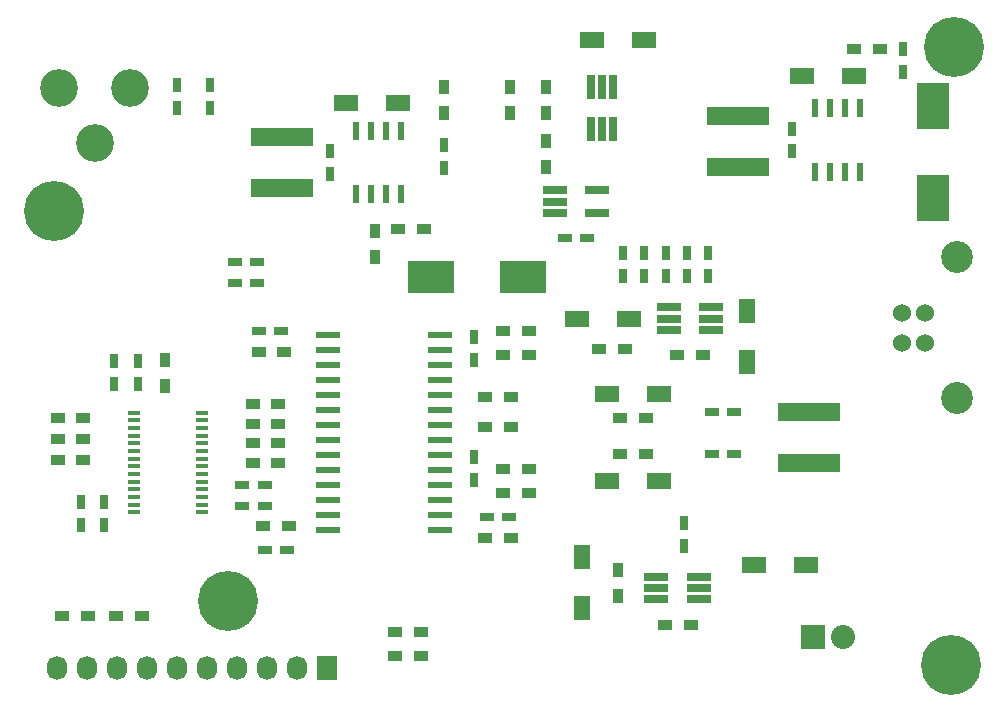
<source format=gts>
G04 #@! TF.FileFunction,Soldermask,Top*
%FSLAX46Y46*%
G04 Gerber Fmt 4.6, Leading zero omitted, Abs format (unit mm)*
G04 Created by KiCad (PCBNEW (2015-02-20 BZR 5437)-product) date Monday, March 16, 2015 'AMt' 09:24:06 AM*
%MOMM*%
G01*
G04 APERTURE LIST*
%ADD10C,0.100000*%
%ADD11R,1.727200X2.032000*%
%ADD12O,1.727200X2.032000*%
%ADD13C,5.080000*%
%ADD14R,1.200000X0.750000*%
%ADD15R,2.700020X4.000500*%
%ADD16C,1.524000*%
%ADD17C,2.700020*%
%ADD18R,0.600000X1.550000*%
%ADD19C,3.200400*%
%ADD20R,2.032000X2.032000*%
%ADD21O,2.032000X2.032000*%
%ADD22R,1.998980X0.690880*%
%ADD23R,0.690880X1.998980*%
%ADD24R,4.000500X2.700020*%
%ADD25R,5.300980X1.501140*%
%ADD26R,2.000000X1.400000*%
%ADD27R,1.400000X2.000000*%
%ADD28R,1.200000X0.900000*%
%ADD29R,1.100000X0.400000*%
%ADD30R,2.000000X0.600000*%
%ADD31R,0.750000X1.200000*%
%ADD32R,0.900000X1.200000*%
G04 APERTURE END LIST*
D10*
D11*
X82550000Y-138049000D03*
D12*
X80010000Y-138049000D03*
X77470000Y-138049000D03*
X74930000Y-138049000D03*
X72390000Y-138049000D03*
X69850000Y-138049000D03*
X67310000Y-138049000D03*
X64770000Y-138049000D03*
X62230000Y-138049000D03*
X59690000Y-138049000D03*
D13*
X74168000Y-132334000D03*
X59436000Y-99314000D03*
D14*
X75377000Y-122555000D03*
X77277000Y-122555000D03*
D13*
X135382000Y-137795000D03*
D15*
X133858000Y-90472260D03*
X133858000Y-98249740D03*
D16*
X131191000Y-107950000D03*
X131191000Y-110490000D03*
X133189980Y-110490000D03*
X133189980Y-107950000D03*
D17*
X135890000Y-103220520D03*
X135890000Y-115219480D03*
D18*
X84963000Y-97950000D03*
X86233000Y-97950000D03*
X87503000Y-97950000D03*
X88773000Y-97950000D03*
X88773000Y-92550000D03*
X87503000Y-92550000D03*
X86233000Y-92550000D03*
X84963000Y-92550000D03*
X123825000Y-96045000D03*
X125095000Y-96045000D03*
X126365000Y-96045000D03*
X127635000Y-96045000D03*
X127635000Y-90645000D03*
X126365000Y-90645000D03*
X125095000Y-90645000D03*
X123825000Y-90645000D03*
D19*
X65890140Y-88900000D03*
X59890660Y-88900000D03*
X62890400Y-93599000D03*
D20*
X123698000Y-135382000D03*
D21*
X126238000Y-135382000D03*
D22*
X111483140Y-107508040D03*
X111483140Y-108458000D03*
X111483140Y-109407960D03*
X115084860Y-109407960D03*
X115084860Y-108458000D03*
X115084860Y-107508040D03*
X110413396Y-130302146D03*
X110413396Y-131252106D03*
X110413396Y-132202066D03*
X114015116Y-132202066D03*
X114015116Y-131252106D03*
X114015116Y-130302146D03*
D23*
X106804460Y-88813640D03*
X105854500Y-88813640D03*
X104904540Y-88813640D03*
X104904540Y-92415360D03*
X105854500Y-92415360D03*
X106804460Y-92415360D03*
D24*
X99138740Y-104902000D03*
X91361260Y-104902000D03*
D25*
X78740000Y-93091000D03*
X78740000Y-97409000D03*
X117348000Y-91313000D03*
X117348000Y-95631000D03*
D22*
X101831140Y-97602040D03*
X101831140Y-98552000D03*
X101831140Y-99501960D03*
X105432860Y-99501960D03*
X105432860Y-97602040D03*
D26*
X88540000Y-90170000D03*
X84180000Y-90170000D03*
X108098000Y-108458000D03*
X103738000Y-108458000D03*
D27*
X118110000Y-112162000D03*
X118110000Y-107802000D03*
D26*
X110638000Y-114808000D03*
X106278000Y-114808000D03*
X110638000Y-122174000D03*
X106278000Y-122174000D03*
X123084000Y-129286000D03*
X118724000Y-129286000D03*
D27*
X104140000Y-132990000D03*
X104140000Y-128630000D03*
D26*
X105008000Y-84836000D03*
X109368000Y-84836000D03*
X127148000Y-87884000D03*
X122788000Y-87884000D03*
D28*
X76243000Y-118999000D03*
X78443000Y-118999000D03*
X76243000Y-117348000D03*
X78443000Y-117348000D03*
X76243000Y-115697000D03*
X78443000Y-115697000D03*
X95928000Y-115062000D03*
X98128000Y-115062000D03*
X97452000Y-111506000D03*
X99652000Y-111506000D03*
X97452000Y-109474000D03*
X99652000Y-109474000D03*
X97452000Y-123190000D03*
X99652000Y-123190000D03*
X97452000Y-121158000D03*
X99652000Y-121158000D03*
X95928000Y-117602000D03*
X98128000Y-117602000D03*
D29*
X66238000Y-116425000D03*
X66238000Y-117075000D03*
X66238000Y-117725000D03*
X66238000Y-118375000D03*
X66238000Y-119025000D03*
X66238000Y-119675000D03*
X66238000Y-120325000D03*
X66238000Y-120975000D03*
X66238000Y-121625000D03*
X66238000Y-122275000D03*
X66238000Y-122925000D03*
X66238000Y-123575000D03*
X66238000Y-124225000D03*
X66238000Y-124875000D03*
X71938000Y-124875000D03*
X71938000Y-124225000D03*
X71938000Y-123575000D03*
X71938000Y-122925000D03*
X71938000Y-122275000D03*
X71938000Y-121625000D03*
X71938000Y-120975000D03*
X71938000Y-120325000D03*
X71938000Y-119675000D03*
X71938000Y-119025000D03*
X71938000Y-118375000D03*
X71938000Y-117725000D03*
X71938000Y-117075000D03*
X71938000Y-116425000D03*
D30*
X82676000Y-109855000D03*
X82676000Y-111125000D03*
X82676000Y-112395000D03*
X82676000Y-113665000D03*
X82676000Y-114935000D03*
X82676000Y-116205000D03*
X82676000Y-117475000D03*
X82676000Y-118745000D03*
X82676000Y-120015000D03*
X82676000Y-121285000D03*
X82676000Y-122555000D03*
X82676000Y-123825000D03*
X82676000Y-125095000D03*
X82676000Y-126365000D03*
X92076000Y-126365000D03*
X92076000Y-125095000D03*
X92076000Y-123825000D03*
X92076000Y-122555000D03*
X92076000Y-121285000D03*
X92076000Y-120015000D03*
X92076000Y-118745000D03*
X92076000Y-117475000D03*
X92076000Y-116205000D03*
X92076000Y-114935000D03*
X92076000Y-113665000D03*
X92076000Y-112395000D03*
X92076000Y-111125000D03*
X92076000Y-109855000D03*
D28*
X76243000Y-120650000D03*
X78443000Y-120650000D03*
D31*
X92456000Y-93792000D03*
X92456000Y-95692000D03*
X82804000Y-96200000D03*
X82804000Y-94300000D03*
X131318000Y-85664000D03*
X131318000Y-87564000D03*
X121920000Y-94295000D03*
X121920000Y-92395000D03*
D14*
X75377000Y-124333000D03*
X77277000Y-124333000D03*
D31*
X66548000Y-113980000D03*
X66548000Y-112080000D03*
X64516000Y-113980000D03*
X64516000Y-112080000D03*
X63627000Y-124018000D03*
X63627000Y-125918000D03*
X61722000Y-124018000D03*
X61722000Y-125918000D03*
D14*
X78674000Y-109474000D03*
X76774000Y-109474000D03*
X96078000Y-125222000D03*
X97978000Y-125222000D03*
X79182000Y-128016000D03*
X77282000Y-128016000D03*
D31*
X94996000Y-111948000D03*
X94996000Y-110048000D03*
X94996000Y-122108000D03*
X94996000Y-120208000D03*
D14*
X117028000Y-116332000D03*
X115128000Y-116332000D03*
X117028000Y-119888000D03*
X115128000Y-119888000D03*
D32*
X68834000Y-111930000D03*
X68834000Y-114130000D03*
X92456000Y-88816000D03*
X92456000Y-91016000D03*
X86614000Y-103208000D03*
X86614000Y-101008000D03*
D28*
X88562000Y-100838000D03*
X90762000Y-100838000D03*
X59733000Y-118618000D03*
X61933000Y-118618000D03*
X59733000Y-120396000D03*
X61933000Y-120396000D03*
X59733000Y-116840000D03*
X61933000Y-116840000D03*
X66886000Y-133604000D03*
X64686000Y-133604000D03*
X60114000Y-133604000D03*
X62314000Y-133604000D03*
X76751000Y-111252000D03*
X78951000Y-111252000D03*
X77132000Y-125984000D03*
X79332000Y-125984000D03*
X95928000Y-127000000D03*
X98128000Y-127000000D03*
X107780000Y-110998000D03*
X105580000Y-110998000D03*
X112184000Y-111506000D03*
X114384000Y-111506000D03*
X109558000Y-116840000D03*
X107358000Y-116840000D03*
X109558000Y-119888000D03*
X107358000Y-119888000D03*
X111168000Y-134366000D03*
X113368000Y-134366000D03*
D32*
X107188000Y-131910000D03*
X107188000Y-129710000D03*
X98044000Y-88816000D03*
X98044000Y-91016000D03*
D28*
X127170000Y-85598000D03*
X129370000Y-85598000D03*
D32*
X101092000Y-88816000D03*
X101092000Y-91016000D03*
X101092000Y-93388000D03*
X101092000Y-95588000D03*
D28*
X90508000Y-137033000D03*
X88308000Y-137033000D03*
X88308000Y-135001000D03*
X90508000Y-135001000D03*
D14*
X104582000Y-101600000D03*
X102682000Y-101600000D03*
X76642000Y-105410000D03*
X74742000Y-105410000D03*
X76642000Y-103632000D03*
X74742000Y-103632000D03*
D31*
X69850000Y-88712000D03*
X69850000Y-90612000D03*
X72644000Y-88712000D03*
X72644000Y-90612000D03*
X109347000Y-104836000D03*
X109347000Y-102936000D03*
D25*
X123317000Y-116332000D03*
X123317000Y-120650000D03*
D31*
X114808000Y-104836000D03*
X114808000Y-102936000D03*
X113030000Y-104836000D03*
X113030000Y-102936000D03*
X112776000Y-127696000D03*
X112776000Y-125796000D03*
D13*
X135636000Y-85471000D03*
D31*
X111252000Y-104836000D03*
X111252000Y-102936000D03*
X107569000Y-104836000D03*
X107569000Y-102936000D03*
M02*

</source>
